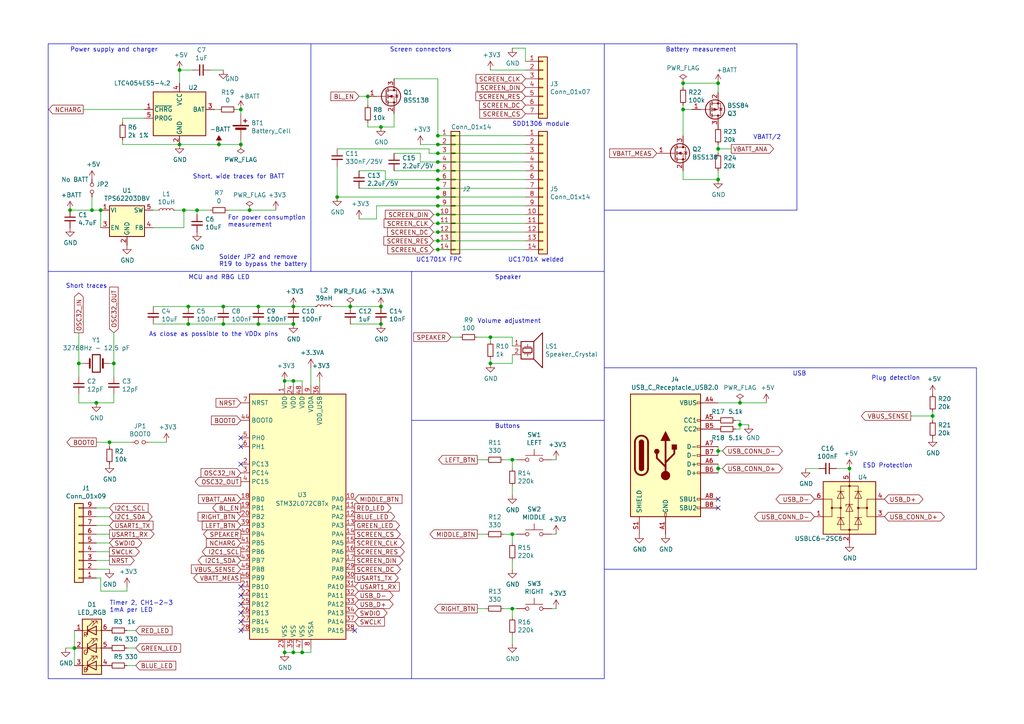
<source format=kicad_sch>
(kicad_sch (version 20230121) (generator eeschema)
  (paper "A4")
  (title_block (title "OpenTama") (date "2022-04-18") (rev "1.1") (company "Sparkr") (comment 1 "Licensed under CERN-OHL-S v2") (comment 2 "jc@sparkr.tech") (comment 3 "Jean-Christophe Rona"))
  (junction (at 127 69.85))
  (junction (at 127 64.77))
  (junction (at 54.61 88.9))
  (junction (at 72.39 60.96))
  (junction (at 208.28 43.18))
  (junction (at 33.02 105.41))
  (junction (at 127 54.61))
  (junction (at 208.28 24.13))
  (junction (at 53.34 60.96))
  (junction (at 69.85 31.75))
  (junction (at 74.93 93.98))
  (junction (at 148.59 154.94))
  (junction (at 29.21 60.96))
  (junction (at 127 44.45))
  (junction (at 198.12 24.13))
  (junction (at 101.6 88.9))
  (junction (at 85.09 93.98))
  (junction (at 110.49 36.83))
  (junction (at 127 52.07))
  (junction (at 27.94 116.84))
  (junction (at 127 57.15))
  (junction (at 22.86 105.41))
  (junction (at 52.07 41.91))
  (junction (at 69.85 41.91))
  (junction (at 148.59 176.53))
  (junction (at 26.67 60.96))
  (junction (at 82.55 110.49))
  (junction (at 21.59 187.96))
  (junction (at 87.63 189.23))
  (junction (at 52.07 20.32))
  (junction (at 106.68 27.94))
  (junction (at 214.63 116.84))
  (junction (at 74.93 88.9))
  (junction (at 127 59.69))
  (junction (at 127 67.31))
  (junction (at 57.15 60.96))
  (junction (at 63.5 41.91))
  (junction (at 85.09 88.9))
  (junction (at 142.24 105.41))
  (junction (at 97.79 57.15))
  (junction (at 270.51 120.65))
  (junction (at 148.59 133.35))
  (junction (at 110.49 93.98))
  (junction (at 127 72.39))
  (junction (at 127 62.23))
  (junction (at 85.09 189.23))
  (junction (at 85.09 110.49))
  (junction (at 198.12 31.75))
  (junction (at 208.28 130.81))
  (junction (at 82.55 189.23))
  (junction (at 208.28 135.89))
  (junction (at 20.32 60.96))
  (junction (at 110.49 88.9))
  (junction (at 142.24 97.79))
  (junction (at 64.77 88.9))
  (junction (at 127 41.91))
  (junction (at 31.75 128.27))
  (junction (at 208.28 52.07))
  (junction (at 54.61 93.98))
  (junction (at 246.38 135.89))
  (junction (at 64.77 93.98))
  (junction (at 127 46.99))
  (junction (at 127 49.53))
  (junction (at 127 39.37))
  (junction (at 214.63 123.19))
  (no_connect (at 69.85 134.62))
  (no_connect (at 69.85 127))
  (no_connect (at 69.85 129.54))
  (no_connect (at 102.87 182.88))
  (no_connect (at 69.85 182.88))
  (no_connect (at 208.28 147.32))
  (no_connect (at 69.85 172.72))
  (no_connect (at 69.85 177.8))
  (no_connect (at 69.85 175.26))
  (no_connect (at 69.85 180.34))
  (no_connect (at 208.28 144.78))
  (no_connect (at 69.85 170.18))
  (wire (pts (xy 110.49 36.83) (xy 106.68 36.83)))
  (wire (pts (xy 64.77 88.9) (xy 74.93 88.9)))
  (wire (pts (xy 121.92 44.45) (xy 114.3 44.45)))
  (wire (pts (xy 57.15 60.96) (xy 57.15 62.23)))
  (wire (pts (xy 44.45 93.98) (xy 54.61 93.98)))
  (wire (pts (xy 82.55 189.23) (xy 82.55 187.96)))
  (wire (pts (xy 130.81 97.79) (xy 133.35 97.79)))
  (wire (pts (xy 208.28 43.18) (xy 208.28 41.91)))
  (wire (pts (xy 21.59 182.88) (xy 21.59 187.96)))
  (wire (pts (xy 127 64.77) (xy 152.4 64.77)))
  (wire (pts (xy 85.09 111.76) (xy 85.09 110.49)))
  (wire (pts (xy 60.96 20.32) (xy 64.77 20.32)))
  (wire (pts (xy 264.16 120.65) (xy 270.51 120.65)))
  (wire (pts (xy 209.55 135.89) (xy 208.28 135.89)))
  (polyline (pts (xy 13.97 196.85) (xy 175.26 196.85)))
  (wire (pts (xy 90.17 189.23) (xy 87.63 189.23)))
  (wire (pts (xy 214.63 124.46) (xy 213.36 124.46)))
  (wire (pts (xy 148.59 162.56) (xy 148.59 165.1)))
  (wire (pts (xy 152.4 72.39) (xy 127 72.39)))
  (wire (pts (xy 125.73 62.23) (xy 127 62.23)))
  (wire (pts (xy 33.02 105.41) (xy 33.02 109.22)))
  (wire (pts (xy 198.12 52.07) (xy 208.28 52.07)))
  (wire (pts (xy 152.4 41.91) (xy 127 41.91)))
  (wire (pts (xy 63.5 31.75) (xy 62.23 31.75)))
  (wire (pts (xy 124.46 44.45) (xy 124.46 43.18)))
  (wire (pts (xy 20.32 60.96) (xy 26.67 60.96)))
  (polyline (pts (xy 175.26 121.92) (xy 119.38 121.92)))
  (wire (pts (xy 27.94 116.84) (xy 33.02 116.84)))
  (wire (pts (xy 57.15 60.96) (xy 53.34 60.96)))
  (wire (pts (xy 198.12 49.53) (xy 198.12 52.07)))
  (wire (pts (xy 97.79 57.15) (xy 127 57.15)))
  (wire (pts (xy 29.21 66.04) (xy 29.21 60.96)))
  (wire (pts (xy 35.56 40.64) (xy 35.56 41.91)))
  (wire (pts (xy 127 54.61) (xy 104.14 54.61)))
  (wire (pts (xy 127 49.53) (xy 152.4 49.53)))
  (wire (pts (xy 85.09 110.49) (xy 87.63 110.49)))
  (polyline (pts (xy 283.21 106.68) (xy 283.21 165.1)))
  (wire (pts (xy 31.75 165.1) (xy 27.94 165.1)))
  (wire (pts (xy 24.13 105.41) (xy 22.86 105.41)))
  (wire (pts (xy 127 44.45) (xy 152.4 44.45)))
  (wire (pts (xy 104.14 27.94) (xy 106.68 27.94)))
  (wire (pts (xy 198.12 31.75) (xy 200.66 31.75)))
  (wire (pts (xy 90.17 187.96) (xy 90.17 189.23)))
  (wire (pts (xy 101.6 93.98) (xy 110.49 93.98)))
  (wire (pts (xy 54.61 93.98) (xy 64.77 93.98)))
  (wire (pts (xy 148.59 105.41) (xy 142.24 105.41)))
  (wire (pts (xy 21.59 187.96) (xy 21.59 193.04)))
  (wire (pts (xy 208.28 52.07) (xy 208.28 49.53)))
  (wire (pts (xy 208.28 135.89) (xy 208.28 137.16)))
  (wire (pts (xy 114.3 36.83) (xy 110.49 36.83)))
  (wire (pts (xy 31.75 128.27) (xy 38.1 128.27)))
  (wire (pts (xy 198.12 24.13) (xy 198.12 25.4)))
  (wire (pts (xy 208.28 130.81) (xy 208.28 132.08)))
  (wire (pts (xy 44.45 66.04) (xy 53.34 66.04)))
  (wire (pts (xy 127 52.07) (xy 111.76 52.07)))
  (wire (pts (xy 22.86 116.84) (xy 27.94 116.84)))
  (wire (pts (xy 127 46.99) (xy 121.92 46.99)))
  (wire (pts (xy 198.12 30.48) (xy 198.12 31.75)))
  (wire (pts (xy 35.56 35.56) (xy 35.56 34.29)))
  (wire (pts (xy 19.05 187.96) (xy 21.59 187.96)))
  (wire (pts (xy 127 54.61) (xy 152.4 54.61)))
  (wire (pts (xy 101.6 88.9) (xy 110.49 88.9)))
  (wire (pts (xy 22.86 114.3) (xy 22.86 116.84)))
  (wire (pts (xy 26.67 60.96) (xy 29.21 60.96)))
  (wire (pts (xy 214.63 123.19) (xy 217.17 123.19)))
  (wire (pts (xy 72.39 60.96) (xy 80.01 60.96)))
  (wire (pts (xy 36.83 193.04) (xy 39.37 193.04)))
  (wire (pts (xy 66.04 60.96) (xy 72.39 60.96)))
  (wire (pts (xy 87.63 110.49) (xy 87.63 111.76)))
  (wire (pts (xy 237.49 135.89) (xy 233.68 135.89)))
  (wire (pts (xy 160.02 133.35) (xy 161.29 133.35)))
  (wire (pts (xy 214.63 121.92) (xy 214.63 123.19)))
  (polyline (pts (xy 283.21 106.68) (xy 175.26 106.68)))
  (wire (pts (xy 148.59 102.87) (xy 148.59 105.41)))
  (wire (pts (xy 161.29 176.53) (xy 160.02 176.53)))
  (polyline (pts (xy 175.26 12.7) (xy 175.26 196.85)))
  (wire (pts (xy 246.38 135.89) (xy 242.57 135.89)))
  (wire (pts (xy 152.4 46.99) (xy 127 46.99)))
  (wire (pts (xy 114.3 33.02) (xy 114.3 36.83)))
  (wire (pts (xy 209.55 130.81) (xy 208.28 130.81)))
  (wire (pts (xy 125.73 64.77) (xy 127 64.77)))
  (wire (pts (xy 208.28 134.62) (xy 208.28 135.89)))
  (polyline (pts (xy 283.21 165.1) (xy 175.26 165.1)))
  (wire (pts (xy 52.07 20.32) (xy 55.88 20.32)))
  (wire (pts (xy 29.21 171.45) (xy 36.83 171.45)))
  (wire (pts (xy 90.17 106.68) (xy 90.17 111.76)))
  (wire (pts (xy 52.07 24.13) (xy 52.07 20.32)))
  (polyline (pts (xy 13.97 12.7) (xy 13.97 196.85)))
  (wire (pts (xy 152.4 57.15) (xy 127 57.15)))
  (wire (pts (xy 31.75 128.27) (xy 31.75 129.54)))
  (wire (pts (xy 27.94 147.32) (xy 31.75 147.32)))
  (wire (pts (xy 29.21 167.64) (xy 29.21 171.45)))
  (wire (pts (xy 148.59 140.97) (xy 148.59 143.51)))
  (wire (pts (xy 39.37 182.88) (xy 36.83 182.88)))
  (wire (pts (xy 69.85 40.64) (xy 69.85 41.91)))
  (wire (pts (xy 31.75 160.02) (xy 27.94 160.02)))
  (wire (pts (xy 85.09 189.23) (xy 82.55 189.23)))
  (wire (pts (xy 152.4 13.97) (xy 148.59 13.97)))
  (wire (pts (xy 270.51 120.65) (xy 270.51 121.92)))
  (wire (pts (xy 125.73 72.39) (xy 127 72.39)))
  (wire (pts (xy 142.24 97.79) (xy 148.59 97.79)))
  (wire (pts (xy 27.94 149.86) (xy 31.75 149.86)))
  (wire (pts (xy 82.55 110.49) (xy 85.09 110.49)))
  (wire (pts (xy 152.4 62.23) (xy 127 62.23)))
  (wire (pts (xy 270.51 119.38) (xy 270.51 120.65)))
  (wire (pts (xy 74.93 88.9) (xy 85.09 88.9)))
  (wire (pts (xy 24.13 31.75) (xy 41.91 31.75)))
  (wire (pts (xy 138.43 154.94) (xy 140.97 154.94)))
  (wire (pts (xy 148.59 176.53) (xy 149.86 176.53)))
  (wire (pts (xy 35.56 41.91) (xy 52.07 41.91)))
  (wire (pts (xy 146.05 133.35) (xy 148.59 133.35)))
  (wire (pts (xy 50.8 60.96) (xy 53.34 60.96)))
  (wire (pts (xy 74.93 93.98) (xy 85.09 93.98)))
  (wire (pts (xy 44.45 60.96) (xy 45.72 60.96)))
  (wire (pts (xy 214.63 116.84) (xy 222.25 116.84)))
  (wire (pts (xy 208.28 129.54) (xy 208.28 130.81)))
  (wire (pts (xy 22.86 105.41) (xy 22.86 109.22)))
  (wire (pts (xy 27.94 152.4) (xy 31.75 152.4)))
  (wire (pts (xy 114.3 49.53) (xy 127 49.53)))
  (wire (pts (xy 138.43 133.35) (xy 140.97 133.35)))
  (wire (pts (xy 64.77 93.98) (xy 74.93 93.98)))
  (wire (pts (xy 148.59 133.35) (xy 149.86 133.35)))
  (wire (pts (xy 27.94 154.94) (xy 31.75 154.94)))
  (wire (pts (xy 53.34 60.96) (xy 53.34 66.04)))
  (wire (pts (xy 63.5 41.91) (xy 52.07 41.91)))
  (wire (pts (xy 85.09 187.96) (xy 85.09 189.23)))
  (wire (pts (xy 148.59 97.79) (xy 148.59 100.33)))
  (wire (pts (xy 35.56 34.29) (xy 41.91 34.29)))
  (wire (pts (xy 87.63 187.96) (xy 87.63 189.23)))
  (wire (pts (xy 27.94 157.48) (xy 31.75 157.48)))
  (wire (pts (xy 127 44.45) (xy 124.46 44.45)))
  (wire (pts (xy 148.59 154.94) (xy 149.86 154.94)))
  (wire (pts (xy 36.83 171.45) (xy 36.83 170.18)))
  (wire (pts (xy 208.28 116.84) (xy 214.63 116.84)))
  (wire (pts (xy 124.46 43.18) (xy 97.79 43.18)))
  (wire (pts (xy 69.85 31.75) (xy 69.85 33.02)))
  (wire (pts (xy 106.68 30.48) (xy 106.68 27.94)))
  (wire (pts (xy 92.71 110.49) (xy 92.71 111.76)))
  (wire (pts (xy 152.4 52.07) (xy 127 52.07)))
  (wire (pts (xy 142.24 105.41) (xy 142.24 104.14)))
  (polyline (pts (xy 13.97 78.74) (xy 175.26 78.74)))
  (wire (pts (xy 109.22 59.69) (xy 127 59.69)))
  (wire (pts (xy 22.86 96.52) (xy 22.86 105.41)))
  (wire (pts (xy 33.02 96.52) (xy 33.02 105.41)))
  (wire (pts (xy 152.4 67.31) (xy 127 67.31)))
  (wire (pts (xy 148.59 176.53) (xy 148.59 179.07)))
  (wire (pts (xy 161.29 154.94) (xy 160.02 154.94)))
  (wire (pts (xy 246.38 137.16) (xy 246.38 135.89)))
  (wire (pts (xy 142.24 99.06) (xy 142.24 97.79)))
  (wire (pts (xy 27.94 128.27) (xy 31.75 128.27)))
  (wire (pts (xy 152.4 17.78) (xy 152.4 13.97)))
  (wire (pts (xy 138.43 97.79) (xy 142.24 97.79)))
  (wire (pts (xy 148.59 133.35) (xy 148.59 135.89)))
  (polyline (pts (xy 231.14 60.96) (xy 175.26 60.96)))
  (wire (pts (xy 121.92 46.99) (xy 121.92 44.45)))
  (wire (pts (xy 121.92 41.91) (xy 127 41.91)))
  (wire (pts (xy 43.18 128.27) (xy 48.26 128.27)))
  (wire (pts (xy 148.59 154.94) (xy 148.59 157.48)))
  (wire (pts (xy 82.55 111.76) (xy 82.55 110.49)))
  (wire (pts (xy 97.79 48.26) (xy 97.79 57.15)))
  (polyline (pts (xy 119.38 78.74) (xy 119.38 196.85)))
  (wire (pts (xy 63.5 41.91) (xy 69.85 41.91)))
  (wire (pts (xy 26.67 57.15) (xy 26.67 60.96)))
  (wire (pts (xy 138.43 176.53) (xy 140.97 176.53)))
  (wire (pts (xy 39.37 187.96) (xy 36.83 187.96)))
  (wire (pts (xy 125.73 69.85) (xy 127 69.85)))
  (wire (pts (xy 27.94 167.64) (xy 29.21 167.64)))
  (wire (pts (xy 146.05 176.53) (xy 148.59 176.53)))
  (wire (pts (xy 127 22.86) (xy 127 39.37)))
  (wire (pts (xy 208.28 26.67) (xy 208.28 24.13)))
  (wire (pts (xy 57.15 60.96) (xy 60.96 60.96)))
  (wire (pts (xy 109.22 63.5) (xy 109.22 59.69)))
  (wire (pts (xy 146.05 154.94) (xy 148.59 154.94)))
  (wire (pts (xy 96.52 88.9) (xy 101.6 88.9)))
  (wire (pts (xy 212.09 43.18) (xy 208.28 43.18)))
  (wire (pts (xy 127 22.86) (xy 114.3 22.86)))
  (polyline (pts (xy 90.17 78.74) (xy 90.17 12.7)))
  (wire (pts (xy 87.63 189.23) (xy 85.09 189.23)))
  (wire (pts (xy 33.02 116.84) (xy 33.02 114.3)))
  (wire (pts (xy 125.73 67.31) (xy 127 67.31)))
  (wire (pts (xy 208.28 24.13) (xy 198.12 24.13)))
  (wire (pts (xy 198.12 39.37) (xy 198.12 31.75)))
  (wire (pts (xy 54.61 88.9) (xy 64.77 88.9)))
  (polyline (pts (xy 231.14 12.7) (xy 231.14 60.96)))
  (wire (pts (xy 111.76 52.07) (xy 111.76 49.53)))
  (wire (pts (xy 106.68 36.83) (xy 106.68 35.56)))
  (wire (pts (xy 27.94 162.56) (xy 31.75 162.56)))
  (wire (pts (xy 44.45 88.9) (xy 54.61 88.9)))
  (wire (pts (xy 214.63 121.92) (xy 213.36 121.92)))
  (wire (pts (xy 85.09 88.9) (xy 91.44 88.9)))
  (polyline (pts (xy 13.97 12.7) (xy 231.14 12.7)))
  (wire (pts (xy 152.4 20.32) (xy 142.24 20.32)))
  (wire (pts (xy 31.75 105.41) (xy 33.02 105.41)))
  (wire (pts (xy 214.63 123.19) (xy 214.63 124.46)))
  (wire (pts (xy 127 39.37) (xy 152.4 39.37)))
  (wire (pts (xy 68.58 31.75) (xy 69.85 31.75)))
  (wire (pts (xy 127 59.69) (xy 152.4 59.69)))
  (wire (pts (xy 111.76 49.53) (xy 104.14 49.53)))
  (wire (pts (xy 127 69.85) (xy 152.4 69.85)))
  (wire (pts (xy 104.14 63.5) (xy 109.22 63.5)))
  (wire (pts (xy 208.28 44.45) (xy 208.28 43.18)))
  (wire (pts (xy 148.59 184.15) (xy 148.59 186.69)))
  (text "Power supply and charger" (at 20.32 15.24 0) (effects (font (size 1.27 1.27)) (justify left bottom)))
  (text "Solder JP2 and remove\nR19 to bypass the battery" (at 63.5 77.47 0) (effects (font (size 1.27 1.27)) (justify left bottom)))
  (text "Short traces" (at 19.05 83.82 0) (effects (font (size 1.27 1.27)) (justify left bottom)))
  (text "ESD Protection" (at 250.19 135.89 0) (effects (font (size 1.27 1.27)) (justify left bottom)))
  (text "Short, wide traces for BATT" (at 55.88 52.07 0) (effects (font (size 1.27 1.27)) (justify left bottom)))
  (text "Battery measurement" (at 193.04 15.24 0) (effects (font (size 1.27 1.27)) (justify left bottom)))
  (text "VBATT/2" (at 218.44 40.64 0) (effects (font (size 1.27 1.27)) (justify left bottom)))
  (text "Speaker" (at 143.51 81.28 0) (effects (font (size 1.27 1.27)) (justify left bottom)))
  (text "USB" (at 229.87 109.22 0) (effects (font (size 1.27 1.27)) (justify left bottom)))
  (text "Timer 2, CH1-2-3\n1mA per LED" (at 31.75 177.8 0) (effects (font (size 1.27 1.27)) (justify left bottom)))
  (text "As close as possible to the VDDx pins" (at 43.18 97.79 0) (effects (font (size 1.27 1.27)) (justify left bottom)))
  (text "Plug detection" (at 252.73 110.49 0) (effects (font (size 1.27 1.27)) (justify left bottom)))
  (text "SDD1306 module" (at 148.59 36.83 0) (effects (font (size 1.27 1.27)) (justify left bottom)))
  (text "MCU and RBG LED" (at 54.61 81.28 0) (effects (font (size 1.27 1.27)) (justify left bottom)))
  (text "For power consumption\nmeasurement" (at 66.04 66.04 0) (effects (font (size 1.27 1.27)) (justify left bottom)))
  (text "UC1701X FPC" (at 120.65 76.2 0) (effects (font (size 1.27 1.27)) (justify left bottom)))
  (text "UC1701X welded" (at 147.32 76.2 0) (effects (font (size 1.27 1.27)) (justify left bottom)))
  (text "Volume adjustment" (at 138.43 93.98 0) (effects (font (size 1.27 1.27)) (justify left bottom)))
  (text "Screen connectors" (at 113.03 15.24 0) (effects (font (size 1.27 1.27)) (justify left bottom)))
  (text "Buttons" (at 143.51 124.46 0) (effects (font (size 1.27 1.27)) (justify left bottom)))
  (global_label "I2C1_SDA" (shape bidirectional) (at 69.85 162.56 180) (property "Intersheetrefs" "${INTERSHEET_REFS}" (effects hide)))
  (global_label "SCREEN_RES" (shape output) (at 102.87 160.02 0) (property "Intersheetrefs" "${INTERSHEET_REFS}" (effects hide)))
  (global_label "USB_CONN_D-" (shape bidirectional) (at 209.55 130.81 0) (property "Intersheetrefs" "${INTERSHEET_REFS}" (effects hide)))
  (global_label "SWCLK" (shape input) (at 102.87 180.34 0) (property "Intersheetrefs" "${INTERSHEET_REFS}" (effects hide)))
  (global_label "SCREEN_DC" (shape output) (at 102.87 165.1 0) (property "Intersheetrefs" "${INTERSHEET_REFS}" (effects hide)))
  (global_label "MIDDLE_BTN" (shape input) (at 102.87 144.78 0) (property "Intersheetrefs" "${INTERSHEET_REFS}" (effects hide)))
  (global_label "SCREEN_DIN" (shape input) (at 152.4 25.4 180) (property "Intersheetrefs" "${INTERSHEET_REFS}" (effects hide)))
  (global_label "SCREEN_RES" (shape input) (at 125.73 69.85 180) (property "Intersheetrefs" "${INTERSHEET_REFS}" (effects hide)))
  (global_label "BL_EN" (shape output) (at 69.85 147.32 180) (property "Intersheetrefs" "${INTERSHEET_REFS}" (effects hide)))
  (global_label "I2C1_SCL" (shape input) (at 31.75 147.32 0) (property "Intersheetrefs" "${INTERSHEET_REFS}" (effects hide)))
  (global_label "SCREEN_CLK" (shape input) (at 152.4 22.86 180) (property "Intersheetrefs" "${INTERSHEET_REFS}" (effects hide)))
  (global_label "GREEN_LED" (shape output) (at 102.87 152.4 0) (property "Intersheetrefs" "${INTERSHEET_REFS}" (effects hide)))
  (global_label "SCREEN_DC" (shape input) (at 125.73 67.31 180) (property "Intersheetrefs" "${INTERSHEET_REFS}" (effects hide)))
  (global_label "USB_CONN_D-" (shape bidirectional) (at 236.22 149.86 180) (property "Intersheetrefs" "${INTERSHEET_REFS}" (effects hide)))
  (global_label "SCREEN_CS" (shape output) (at 102.87 154.94 0) (property "Intersheetrefs" "${INTERSHEET_REFS}" (effects hide)))
  (global_label "VBATT_MEAS" (shape output) (at 69.85 167.64 180) (property "Intersheetrefs" "${INTERSHEET_REFS}" (effects hide)))
  (global_label "VBUS_SENSE" (shape input) (at 69.85 165.1 180) (property "Intersheetrefs" "${INTERSHEET_REFS}" (effects hide)))
  (global_label "SCREEN_CS" (shape input) (at 125.73 72.39 180) (property "Intersheetrefs" "${INTERSHEET_REFS}" (effects hide)))
  (global_label "USB_D-" (shape bidirectional) (at 102.87 172.72 0) (property "Intersheetrefs" "${INTERSHEET_REFS}" (effects hide)))
  (global_label "RIGHT_BTN" (shape output) (at 138.43 176.53 180) (property "Intersheetrefs" "${INTERSHEET_REFS}" (effects hide)))
  (global_label "LEFT_BTN" (shape input) (at 69.85 152.4 180) (property "Intersheetrefs" "${INTERSHEET_REFS}" (effects hide)))
  (global_label "NCHARG" (shape output) (at 24.13 31.75 180) (property "Intersheetrefs" "${INTERSHEET_REFS}" (effects hide)))
  (global_label "I2C1_SCL" (shape output) (at 69.85 160.02 180) (property "Intersheetrefs" "${INTERSHEET_REFS}" (effects hide)))
  (global_label "SWDIO" (shape bidirectional) (at 102.87 177.8 0) (property "Intersheetrefs" "${INTERSHEET_REFS}" (effects hide)))
  (global_label "BOOT0" (shape output) (at 27.94 128.27 180) (property "Intersheetrefs" "${INTERSHEET_REFS}" (effects hide)))
  (global_label "MIDDLE_BTN" (shape output) (at 138.43 154.94 180) (property "Intersheetrefs" "${INTERSHEET_REFS}" (effects hide)))
  (global_label "NRST" (shape input) (at 69.85 116.84 180) (property "Intersheetrefs" "${INTERSHEET_REFS}" (effects hide)))
  (global_label "RIGHT_BTN" (shape input) (at 69.85 149.86 180) (property "Intersheetrefs" "${INTERSHEET_REFS}" (effects hide)))
  (global_label "BLUE_LED" (shape output) (at 102.87 149.86 0) (property "Intersheetrefs" "${INTERSHEET_REFS}" (effects hide)))
  (global_label "SCREEN_DIN" (shape input) (at 125.73 62.23 180) (property "Intersheetrefs" "${INTERSHEET_REFS}" (effects hide)))
  (global_label "SPEAKER" (shape output) (at 69.85 154.94 180) (property "Intersheetrefs" "${INTERSHEET_REFS}" (effects hide)))
  (global_label "USART1_RX" (shape output) (at 31.75 154.94 0) (property "Intersheetrefs" "${INTERSHEET_REFS}" (effects hide)))
  (global_label "RED_LED" (shape output) (at 102.87 147.32 0) (property "Intersheetrefs" "${INTERSHEET_REFS}" (effects hide)))
  (global_label "BOOT0" (shape input) (at 69.85 121.92 180) (property "Intersheetrefs" "${INTERSHEET_REFS}" (effects hide)))
  (global_label "SCREEN_RES" (shape input) (at 152.4 27.94 180) (property "Intersheetrefs" "${INTERSHEET_REFS}" (effects hide)))
  (global_label "USART1_TX" (shape input) (at 31.75 152.4 0) (property "Intersheetrefs" "${INTERSHEET_REFS}" (effects hide)))
  (global_label "USB_CONN_D+" (shape bidirectional) (at 209.55 135.89 0) (property "Intersheetrefs" "${INTERSHEET_REFS}" (effects hide)))
  (global_label "SCREEN_CS" (shape input) (at 152.4 33.02 180) (property "Intersheetrefs" "${INTERSHEET_REFS}" (effects hide)))
  (global_label "BL_EN" (shape input) (at 104.14 27.94 180) (property "Intersheetrefs" "${INTERSHEET_REFS}" (effects hide)))
  (global_label "USB_D+" (shape bidirectional) (at 256.54 144.78 0) (property "Intersheetrefs" "${INTERSHEET_REFS}" (effects hide)))
  (global_label "SCREEN_DIN" (shape output) (at 102.87 162.56 0) (property "Intersheetrefs" "${INTERSHEET_REFS}" (effects hide)))
  (global_label "OSC32_OUT" (shape output) (at 69.85 139.7 180) (property "Intersheetrefs" "${INTERSHEET_REFS}" (effects hide)))
  (global_label "GREEN_LED" (shape input) (at 39.37 187.96 0) (property "Intersheetrefs" "${INTERSHEET_REFS}" (effects hide)))
  (global_label "SPEAKER" (shape input) (at 130.81 97.79 180) (property "Intersheetrefs" "${INTERSHEET_REFS}" (effects hide)))
  (global_label "SWCLK" (shape output) (at 31.75 160.02 0) (property "Intersheetrefs" "${INTERSHEET_REFS}" (effects hide)))
  (global_label "NCHARG" (shape input) (at 69.85 157.48 180) (property "Intersheetrefs" "${INTERSHEET_REFS}" (effects hide)))
  (global_label "RED_LED" (shape input) (at 39.37 182.88 0) (property "Intersheetrefs" "${INTERSHEET_REFS}" (effects hide)))
  (global_label "USART1_TX" (shape output) (at 102.87 167.64 0) (property "Intersheetrefs" "${INTERSHEET_REFS}" (effects hide)))
  (global_label "NRST" (shape output) (at 31.75 162.56 0) (property "Intersheetrefs" "${INTERSHEET_REFS}" (effects hide)))
  (global_label "SWDIO" (shape bidirectional) (at 31.75 157.48 0) (property "Intersheetrefs" "${INTERSHEET_REFS}" (effects hide)))
  (global_label "I2C1_SDA" (shape bidirectional) (at 31.75 149.86 0) (property "Intersheetrefs" "${INTERSHEET_REFS}" (effects hide)))
  (global_label "SCREEN_CLK" (shape output) (at 102.87 157.48 0) (property "Intersheetrefs" "${INTERSHEET_REFS}" (effects hide)))
  (global_label "USB_D-" (shape bidirectional) (at 236.22 144.78 180) (property "Intersheetrefs" "${INTERSHEET_REFS}" (effects hide)))
  (global_label "BLUE_LED" (shape input) (at 39.37 193.04 0) (property "Intersheetrefs" "${INTERSHEET_REFS}" (effects hide)))
  (global_label "LEFT_BTN" (shape output) (at 138.43 133.35 180) (property "Intersheetrefs" "${INTERSHEET_REFS}" (effects hide)))
  (global_label "VBATT_ANA" (shape input) (at 69.85 144.78 180) (property "Intersheetrefs" "${INTERSHEET_REFS}" (effects hide)))
  (global_label "OSC32_IN" (shape input) (at 69.85 137.16 180) (property "Intersheetrefs" "${INTERSHEET_REFS}" (effects hide)))
  (global_label "OSC32_IN" (shape output) (at 22.86 96.52 90) (property "Intersheetrefs" "${INTERSHEET_REFS}" (effects hide)))
  (global_label "SCREEN_DC" (shape input) (at 152.4 30.48 180) (property "Intersheetrefs" "${INTERSHEET_REFS}" (effects hide)))
  (global_label "SCREEN_CLK" (shape input) (at 125.73 64.77 180) (property "Intersheetrefs" "${INTERSHEET_REFS}" (effects hide)))
  (global_label "VBATT_MEAS" (shape input) (at 190.5 44.45 180) (property "Intersheetrefs" "${INTERSHEET_REFS}" (effects hide)))
  (global_label "OSC32_OUT" (shape input) (at 33.02 96.52 90) (property "Intersheetrefs" "${INTERSHEET_REFS}" (effects hide)))
  (global_label "USB_D+" (shape bidirectional) (at 102.87 175.26 0) (property "Intersheetrefs" "${INTERSHEET_REFS}" (effects hide)))
  (global_label "VBUS_SENSE" (shape output) (at 264.16 120.65 180) (property "Intersheetrefs" "${INTERSHEET_REFS}" (effects hide)))
  (global_label "VBATT_ANA" (shape output) (at 212.09 43.18 0) (property "Intersheetrefs" "${INTERSHEET_REFS}" (effects hide)))
  (global_label "USB_CONN_D+" (shape bidirectional) (at 256.54 149.86 0) (property "Intersheetrefs" "${INTERSHEET_REFS}" (effects hide)))
  (global_label "USART1_RX" (shape input) (at 102.87 170.18 0) (property "Intersheetrefs" "${INTERSHEET_REFS}" (effects hide)))
  (symbol (lib_id "OpenTama-rescue:STM32L072CBTx-MCU_ST_STM32L0") (at 87.63 149.86 0) (unit 1)
    (property "Reference" "U3" (at 87.63 143.51 0))
    (property "Value" "STM32L072CBTx" (at 87.63 146.05 0))
    (property "Footprint" "Package_QFP:LQFP-48_7x7mm_P0.5mm" (effects hide))
    (property "Datasheet" "http://www.st.com/st-web-ui/static/active/en/resource/technical/document/datasheet/DM00141133.pdf" (effects hide))
    (property "LCSC" "C465977" (effects hide))
    (property "JLCRotOffset" "-90" (effects hide))
  )
  (symbol (lib_id "power:GND") (at 82.55 189.23 0) (unit 1)
    (property "Reference" "#PWR019" (effects hide))
    (property "Value" "GND" (at 82.677 193.6242 0))
  )
  (symbol (lib_id "OpenTama-rescue:+3.3V-power") (at 82.55 110.49 0) (unit 1)
    (property "Reference" "#PWR018" (effects hide))
    (property "Value" "+3.3V" (at 82.931 106.0958 0))
  )
  (symbol (lib_id "Device:C_Small") (at 54.61 91.44 0) (unit 1)
    (property "Reference" "C5" (at 56.9468 90.2716 0) (effects (justify left)))
    (property "Value" "100nF" (at 56.9468 92.583 0) (effects (justify left)))
    (property "Footprint" "Capacitor_SMD:C_0402_1005Metric" (effects hide))
    (property "LCSC" "C1525" (effects hide))
  )
  (symbol (lib_id "Device:C_Small") (at 64.77 91.44 0) (unit 1)
    (property "Reference" "C8" (at 67.1068 90.2716 0) (effects (justify left)))
    (property "Value" "100nF" (at 67.1068 92.583 0) (effects (justify left)))
    (property "Footprint" "Capacitor_SMD:C_0402_1005Metric" (effects hide))
    (property "LCSC" "C1525" (effects hide))
  )
  (symbol (lib_id "Device:C_Small") (at 74.93 91.44 0) (unit 1)
    (property "Reference" "C9" (at 77.2668 90.2716 0) (effects (justify left)))
    (property "Value" "100nF" (at 77.2668 92.583 0) (effects (justify left)))
    (property "Footprint" "Capacitor_SMD:C_0402_1005Metric" (effects hide))
    (property "LCSC" "C1525" (effects hide))
  )
  (symbol (lib_id "Device:C_Small") (at 85.09 91.44 0) (unit 1)
    (property "Reference" "C10" (at 87.4268 90.2716 0) (effects (justify left)))
    (property "Value" "100nF" (at 87.4268 92.583 0) (effects (justify left)))
    (property "Footprint" "Capacitor_SMD:C_0402_1005Metric" (effects hide))
    (property "LCSC" "C1525" (effects hide))
  )
  (symbol (lib_id "OpenTama-rescue:+3.3V-power") (at 85.09 88.9 0) (unit 1)
    (property "Reference" "#PWR020" (effects hide))
    (property "Value" "+3.3V" (at 85.471 84.5058 0))
  )
  (symbol (lib_id "power:GND") (at 85.09 93.98 0) (unit 1)
    (property "Reference" "#PWR021" (effects hide))
    (property "Value" "GND" (at 85.217 98.3742 0))
  )
  (symbol (lib_id "Device:C_Small") (at 101.6 91.44 0) (unit 1)
    (property "Reference" "C12" (at 103.9368 90.2716 0) (effects (justify left)))
    (property "Value" "1uF" (at 103.9368 92.583 0) (effects (justify left)))
    (property "Footprint" "Capacitor_SMD:C_0603_1608Metric" (effects hide))
    (property "LCSC" "C15849" (effects hide))
  )
  (symbol (lib_id "Device:C_Small") (at 110.49 91.44 0) (unit 1)
    (property "Reference" "C14" (at 112.8268 90.2716 0) (effects (justify left)))
    (property "Value" "10nF" (at 112.8268 92.583 0) (effects (justify left)))
    (property "Footprint" "Capacitor_SMD:C_0402_1005Metric" (effects hide))
    (property "LCSC" "C15195" (effects hide))
  )
  (symbol (lib_id "power:GND") (at 110.49 93.98 0) (unit 1)
    (property "Reference" "#PWR028" (effects hide))
    (property "Value" "GND" (at 110.617 98.3742 0))
  )
  (symbol (lib_id "power:+3.3VA") (at 90.17 106.68 0) (unit 1)
    (property "Reference" "#PWR022" (effects hide))
    (property "Value" "+3.3VA" (at 90.551 102.2858 0))
  )
  (symbol (lib_id "power:+3.3VA") (at 110.49 88.9 0) (unit 1)
    (property "Reference" "#PWR027" (effects hide))
    (property "Value" "+3.3VA" (at 110.871 84.5058 0))
  )
  (symbol (lib_id "Device:L_Small") (at 93.98 88.9 90) (unit 1)
    (property "Reference" "L2" (at 93.98 84.201 90))
    (property "Value" "39nH" (at 93.98 86.5124 90))
    (property "Footprint" "Inductor_SMD:L_0402_1005Metric" (effects hide))
    (property "LCSC" "C26443" (effects hide))
  )
  (symbol (lib_id "Device:C_Small") (at 44.45 91.44 0) (unit 1)
    (property "Reference" "C4" (at 46.7868 90.2716 0) (effects (justify left)))
    (property "Value" "10uF" (at 46.7868 92.583 0) (effects (justify left)))
    (property "Footprint" "Capacitor_SMD:C_0603_1608Metric" (effects hide))
    (property "LCSC" "C19702" (effects hide))
  )
  (symbol (lib_id "Device:Crystal") (at 27.94 105.41 0) (unit 1)
    (property "Reference" "Y1" (at 27.94 98.6028 0))
    (property "Value" "32768Hz - 12,5 pF" (at 27.94 100.9142 0))
    (property "Footprint" "Crystal:Crystal_SMD_3215-2Pin_3.2x1.5mm" (effects hide))
    (property "Datasheet" "https://datasheet.lcsc.com/lcsc/1810171817_Seiko-Epson-Q13FC1350000400_C32346.pdf" (effects hide))
    (property "LCSC" "C32346" (effects hide))
  )
  (symbol (lib_id "OpenTama-rescue:+3.3V-power") (at 92.71 110.49 0) (unit 1)
    (property "Reference" "#PWR023" (effects hide))
    (property "Value" "+3.3V" (at 93.091 106.0958 0))
  )
  (symbol (lib_id "Device:C_Small") (at 22.86 111.76 0) (unit 1)
    (property "Reference" "C2" (at 25.1968 110.5916 0) (effects (justify left)))
    (property "Value" "12pF" (at 25.1968 112.903 0) (effects (justify left)))
    (property "Footprint" "Capacitor_SMD:C_0402_1005Metric" (effects hide))
    (property "LCSC" "C1547" (effects hide))
  )
  (symbol (lib_id "Device:C_Small") (at 33.02 111.76 0) (unit 1)
    (property "Reference" "C3" (at 35.3568 110.5916 0) (effects (justify left)))
    (property "Value" "12pF" (at 35.3568 112.903 0) (effects (justify left)))
    (property "Footprint" "Capacitor_SMD:C_0402_1005Metric" (effects hide))
    (property "LCSC" "C1547" (effects hide))
  )
  (symbol (lib_id "OpenTama-rescue:+3.3V-power") (at 48.26 128.27 0) (unit 1)
    (property "Reference" "#PWR010" (effects hide))
    (property "Value" "+3.3V" (at 48.641 123.8758 0))
  )
  (symbol (lib_id "power:GND") (at 27.94 116.84 0) (unit 1)
    (property "Reference" "#PWR04" (effects hide))
    (property "Value" "GND" (at 28.067 121.2342 0))
  )
  (symbol (lib_id "Device:R_Small") (at 31.75 132.08 0) (unit 1)
    (property "Reference" "R2" (at 33.2486 130.9116 0) (effects (justify left)))
    (property "Value" "10k" (at 33.2486 133.223 0) (effects (justify left)))
    (property "Footprint" "Resistor_SMD:R_0402_1005Metric" (effects hide))
    (property "LCSC" "C25744" (effects hide))
  )
  (symbol (lib_id "power:GND") (at 31.75 134.62 0) (unit 1)
    (property "Reference" "#PWR06" (effects hide))
    (property "Value" "GND" (at 31.877 139.0142 0))
  )
  (symbol (lib_id "power:GND") (at 31.75 165.1 0) (unit 1)
    (property "Reference" "#PWR07" (effects hide))
    (property "Value" "GND" (at 31.877 169.4942 0))
  )
  (symbol (lib_id "Device:R_Small") (at 210.82 121.92 270) (unit 1)
    (property "Reference" "R17" (at 208.28 119.38 90))
    (property "Value" "5.1k" (at 213.36 119.38 90))
    (property "Footprint" "Resistor_SMD:R_0402_1005Metric" (effects hide))
    (property "LCSC" "C25905" (effects hide))
  )
  (symbol (lib_id "Device:R_Small") (at 210.82 124.46 270) (unit 1)
    (property "Reference" "R18" (at 208.28 127 90))
    (property "Value" "5.1k" (at 213.36 127 90))
    (property "Footprint" "Resistor_SMD:R_0402_1005Metric" (effects hide))
    (property "LCSC" "C25905" (effects hide))
  )
  (symbol (lib_id "power:GND") (at 217.17 123.19 0) (unit 1)
    (property "Reference" "#PWR042" (effects hide))
    (property "Value" "GND" (at 218.44 127 0))
  )
  (symbol (lib_id "OpenTama-rescue:+3.3V-power") (at 36.83 170.18 0) (unit 1)
    (property "Reference" "#PWR09" (effects hide))
    (property "Value" "+3.3V" (at 37.211 165.7858 0))
  )
  (symbol (lib_id "power:GND") (at 142.24 105.41 0) (unit 1)
    (property "Reference" "#PWR033" (effects hide))
    (property "Value" "GND" (at 142.367 109.8042 0))
  )
  (symbol (lib_id "Device:R_Small") (at 135.89 97.79 270) (unit 1)
    (property "Reference" "R9" (at 135.89 92.8116 90))
    (property "Value" "100" (at 135.89 95.123 90))
    (property "Footprint" "Resistor_SMD:R_0402_1005Metric" (effects hide))
    (property "LCSC" "C25076" (effects hide))
  )
  (symbol (lib_id "Device:R_Small") (at 142.24 101.6 0) (unit 1)
    (property "Reference" "R10" (at 143.7386 100.4316 0) (effects (justify left)))
    (property "Value" "1k" (at 143.7386 102.743 0) (effects (justify left)))
    (property "Footprint" "Resistor_SMD:R_0402_1005Metric" (effects hide))
    (property "LCSC" "C11702" (effects hide))
  )
  (symbol (lib_id "power:GND") (at 19.05 187.96 0) (unit 1)
    (property "Reference" "#PWR01" (effects hide))
    (property "Value" "GND" (at 19.177 192.3542 0))
  )
  (symbol (lib_id "Connector_Generic:Conn_01x14") (at 132.08 54.61 0) (unit 1)
    (property "Reference" "J2" (at 134.112 54.8132 0) (effects (justify left)))
    (property "Value" "Conn_01x14" (at 130.81 36.83 0) (effects (justify left)))
    (property "Footprint" "OpenTama:Hirose_FH34SRJ-14S-0.5SH_1x14-1MP_P0.50mm_Horizontal" (effects hide))
    (property "Datasheet" "https://datasheet.lcsc.com/lcsc/1811071030_HRS-Hirose-FH34SRJ-14S-0.5SH-50_C324724.pdf" (effects hide))
    (property "LCSC" "C324724" (effects hide))
    (property "JLCRotOffset" "180" (effects hide))
  )
  (symbol (lib_id "Switch:SW_Push") (at 154.94 154.94 0) (unit 1)
    (property "Reference" "SW2" (at 154.94 147.701 0))
    (property "Value" "MIDDLE" (at 154.94 150.0124 0))
    (property "Footprint" "Button_Switch_SMD:SW_Push_1P1T_NO_6x6mm_H9.5mm" (effects hide))
    (property "Datasheet" "https://datasheet.lcsc.com/lcsc/1810121628_C&K-PTS645SM43SMTR92LFS_C221880.pdf" (effects hide))
    (property "LCSC" "C221880" (effects hide))
  )
  (symbol (lib_id "Device:C_Small") (at 97.79 45.72 0) (unit 1)
    (property "Reference" "C11" (at 100.1268 44.5516 0) (effects (justify left)))
    (property "Value" "330nF/25V" (at 100.1268 46.863 0) (effects (justify left)))
    (property "Footprint" "Capacitor_SMD:C_0603_1608Metric" (effects hide))
    (property "LCSC" "C1615" (effects hide))
  )
  (symbol (lib_id "Device:C_Small") (at 114.3 46.99 0) (unit 1)
    (property "Reference" "C15" (at 116.6368 45.8216 0) (effects (justify left)))
    (property "Value" "2.2uF/5V" (at 116.6368 48.133 0) (effects (justify left)))
    (property "Footprint" "Capacitor_SMD:C_0402_1005Metric" (effects hide))
    (property "LCSC" "C12530" (effects hide))
  )
  (symbol (lib_id "Device:C_Small") (at 104.14 52.07 0) (unit 1)
    (property "Reference" "C13" (at 106.4768 50.9016 0) (effects (justify left)))
    (property "Value" "2.2uF/5V" (at 106.4768 53.213 0) (effects (justify left)))
    (property "Footprint" "Capacitor_SMD:C_0402_1005Metric" (effects hide))
    (property "LCSC" "C12530" (effects hide))
  )
  (symbol (lib_id "Device:R_Small") (at 148.59 160.02 0) (unit 1)
    (property "Reference" "R15" (at 150.0886 158.8516 0) (effects (justify left)))
    (property "Value" "220k" (at 150.0886 161.163 0) (effects (justify left)))
    (property "Footprint" "Resistor_SMD:R_0402_1005Metric" (effects hide))
    (property "LCSC" "C25767" (effects hide))
  )
  (symbol (lib_id "OpenTama-rescue:+3.3V-power") (at 161.29 154.94 0) (unit 1)
    (property "Reference" "#PWR038" (effects hide))
    (property "Value" "+3.3V" (at 161.671 150.5458 0))
  )
  (symbol (lib_id "Device:R_Small") (at 143.51 154.94 270) (unit 1)
    (property "Reference" "R12" (at 143.51 149.9616 90))
    (property "Value" "330" (at 143.51 152.273 90))
    (property "Footprint" "Resistor_SMD:R_0402_1005Metric" (effects hide))
    (property "LCSC" "C25104" (effects hide))
  )
  (symbol (lib_id "Device:LED_RGB") (at 26.67 187.96 0) (unit 1)
    (property "Reference" "D1" (at 26.67 175.3362 0))
    (property "Value" "LED_RGB" (at 26.67 177.6476 0))
    (property "Footprint" "OpenTama:LED_RGB_TC5050" (effects hide))
    (property "Datasheet" "https://datasheet.lcsc.com/lcsc/2009231707_TCWIN-TC5050RGBF08-3CJH-AF53A_C784540.pdf" (effects hide))
    (property "LCSC" "C784540" (effects hide))
    (property "JLCRotOffset" "180" (effects hide))
  )
  (symbol (lib_id "Device:R_Small") (at 34.29 193.04 270) (unit 1)
    (property "Reference" "R5" (at 34.29 190.5 90))
    (property "Value" "330" (at 38.1 190.5 90))
    (property "Footprint" "Resistor_SMD:R_0603_1608Metric" (effects hide))
    (property "LCSC" "C23138" (effects hide))
  )
  (symbol (lib_id "Device:R_Small") (at 34.29 182.88 270) (unit 1)
    (property "Reference" "R3" (at 34.29 180.34 90))
    (property "Value" "1k" (at 38.1 180.34 90))
    (property "Footprint" "Resistor_SMD:R_0603_1608Metric" (effects hide))
    (property "LCSC" "C21190" (effects hide))
  )
  (symbol (lib_id "power:GND") (at 148.59 165.1 0) (unit 1)
    (property "Reference" "#PWR035" (effects hide))
    (property "Value" "GND" (at 148.717 169.4942 0))
  )
  (symbol (lib_id "Device:R_Small") (at 148.59 181.61 0) (unit 1)
    (property "Reference" "R16" (at 150.0886 180.4416 0) (effects (justify left)))
    (property "Value" "220k" (at 150.0886 182.753 0) (effects (justify left)))
    (property "Footprint" "Resistor_SMD:R_0402_1005Metric" (effects hide))
    (property "LCSC" "C25767" (effects hide))
  )
  (symbol (lib_id "Switch:SW_Push") (at 154.94 176.53 0) (unit 1)
    (property "Reference" "SW3" (at 154.94 169.291 0))
    (property "Value" "RIGHT" (at 154.94 171.6024 0))
    (property "Footprint" "Button_Switch_SMD:SW_Push_1P1T_NO_6x6mm_H9.5mm" (effects hide))
    (property "Datasheet" "https://datasheet.lcsc.com/lcsc/1810121628_C&K-PTS645SM43SMTR92LFS_C221880.pdf" (effects hide))
    (property "LCSC" "C221880" (effects hide))
  )
  (symbol (lib_id "OpenTama-rescue:+3.3V-power") (at 161.29 176.53 0) (unit 1)
    (property "Reference" "#PWR039" (effects hide))
    (property "Value" "+3.3V" (at 161.671 172.1358 0))
  )
  (symbol (lib_id "Device:R_Small") (at 143.51 176.53 270) (unit 1)
    (property "Reference" "R13" (at 143.51 171.5516 90))
    (property "Value" "330" (at 143.51 173.863 90))
    (property "Footprint" "Resistor_SMD:R_0402_1005Metric" (effects hide))
    (property "LCSC" "C25104" (effects hide))
  )
  (symbol (lib_id "power:GND") (at 148.59 186.69 0) (unit 1)
    (property "Reference" "#PWR036" (effects hide))
    (property "Value" "GND" (at 148.717 191.0842 0))
  )
  (symbol (lib_id "Device:R_Small") (at 148.59 138.43 0) (unit 1)
    (property "Reference" "R14" (at 150.0886 137.2616 0) (effects (justify left)))
    (property "Value" "220k" (at 150.0886 139.573 0) (effects (justify left)))
    (property "Footprint" "Resistor_SMD:R_0402_1005Metric" (effects hide))
    (property "LCSC" "C25767" (effects hide))
  )
  (symbol (lib_id "Switch:SW_Push") (at 154.94 133.35 0) (unit 1)
    (property "Reference" "SW1" (at 154.94 126.111 0))
    (property "Value" "LEFT" (at 154.94 128.4224 0))
    (property "Footprint" "Button_Switch_SMD:SW_Push_1P1T_NO_6x6mm_H9.5mm" (effects hide))
    (property "Datasheet" "https://datasheet.lcsc.com/lcsc/1810121628_C&K-PTS645SM43SMTR92LFS_C221880.pdf" (effects hide))
    (property "LCSC" "C221880" (effects hide))
  )
  (symbol (lib_id "OpenTama-rescue:+3.3V-power") (at 161.29 133.35 0) (unit 1)
    (property "Reference" "#PWR037" (effects hide))
    (property "Value" "+3.3V" (at 161.671 128.9558 0))
  )
  (symbol (lib_id "Device:R_Small") (at 143.51 133.35 270) (unit 1)
    (property "Reference" "R11" (at 143.51 128.3716 90))
    (property "Value" "330" (at 143.51 130.683 90))
    (property "Footprint" "Resistor_SMD:R_0402_1005Metric" (effects hide))
    (property "LCSC" "C25104" (effects hide))
  )
  (symbol (lib_id "power:GND") (at 148.59 143.51 0) (unit 1)
    (property "Reference" "#PWR034" (effects hide))
    (property "Value" "GND" (at 148.717 147.9042 0))
  )
  (symbol (lib_id "Device:R_Small") (at 34.29 187.96 270) (unit 1)
    (property "Reference" "R4" (at 34.29 185.42 90))
    (property "Value" "330" (at 38.1 185.42 90))
    (property "Footprint" "Resistor_SMD:R_0603_1608Metric" (effects hide))
    (property "LCSC" "C23138" (effects hide))
  )
  (symbol (lib_id "Device:Speaker_Crystal") (at 153.67 100.33 0) (unit 1)
    (property "Reference" "LS1" (at 158.115 100.4316 0) (effects (justify left)))
    (property "Value" "Speaker_Crystal" (at 158.115 102.743 0) (effects (justify left)))
    (property "Footprint" "Buzzer_Beeper:Buzzer_CUI_CPT-9019S-SMT" (effects hide))
    (property "Datasheet" "https://datasheet.lcsc.com/lcsc/1912111437_FUET-FUET-9018_C391035.pdf" (effects hide))
    (property "LCSC" "C391035" (effects hide))
    (property "JLCRotOffset" "180" (effects hide))
  )
  (symbol (lib_id "Connector_Generic:Conn_01x14") (at 157.48 54.61 0) (unit 1)
    (property "Reference" "J5" (at 159.512 54.8132 0) (effects (justify left)))
    (property "Value" "Conn_01x14" (at 159.512 57.1246 0) (effects (justify left)))
    (property "Footprint" "OpenTama:LCD_14p_0.6mm" (effects hide))
  )
  (symbol (lib_id "power:GND") (at 148.59 13.97 0) (unit 1)
    (property "Reference" "#PWR032" (effects hide))
    (property "Value" "GND" (at 148.717 18.3642 0))
  )
  (symbol (lib_id "OpenTama-rescue:+3.3V-power") (at 142.24 20.32 0) (unit 1)
    (property "Reference" "#PWR031" (effects hide))
    (property "Value" "+3.3V" (at 142.621 15.9258 0))
  )
  (symbol (lib_id "OpenTama-rescue:Jumper_NO_Small-Device") (at 40.64 128.27 0) (unit 1)
    (property "Reference" "JP1" (at 40.64 123.571 0))
    (property "Value" "BOOT0" (at 40.64 125.8824 0))
    (property "Footprint" "Connector_PinHeader_2.54mm:PinHeader_1x02_P2.54mm_Vertical" (effects hide))
  )
  (symbol (lib_id "Connector:USB_C_Receptacle_USB2.0") (at 193.04 132.08 0) (unit 1)
    (property "Reference" "J4" (at 195.7578 110.0582 0))
    (property "Value" "USB_C_Receptacle_USB2.0" (at 195.7578 112.3696 0))
    (property "Footprint" "Connector_USB:USB_C_Receptacle_HRO_TYPE-C-31-M-12" (effects hide))
    (property "Datasheet" "https://www.usb.org/sites/default/files/documents/usb_type-c.zip" (effects hide))
    (property "LCSC" "C165948" (effects hide))
  )
  (symbol (lib_id "Power_Protection:USBLC6-2SC6") (at 246.38 147.32 0) (unit 1)
    (property "Reference" "U4" (at 250.19 138.43 0))
    (property "Value" "USBLC6-2SC6" (at 237.49 156.21 0))
    (property "Footprint" "Package_TO_SOT_SMD:SOT-23-6" (effects hide))
    (property "Datasheet" "https://www.st.com/resource/en/datasheet/usblc6-2.pdf" (effects hide))
    (property "LCSC" "C2827654" (effects hide))
    (property "JLCRotOffset" "-90" (effects hide))
  )
  (symbol (lib_id "power:+5V") (at 222.25 116.84 0) (unit 1)
    (property "Reference" "#PWR043" (effects hide))
    (property "Value" "+5V" (at 222.631 112.4458 0))
  )
  (symbol (lib_id "power:GND") (at 97.79 57.15 0) (unit 1)
    (property "Reference" "#PWR024" (effects hide))
    (property "Value" "GND" (at 97.917 61.5442 0))
  )
  (symbol (lib_id "Connector_Generic:Conn_01x07") (at 157.48 25.4 0) (unit 1)
    (property "Reference" "J3" (at 159.512 24.3332 0) (effects (justify left)))
    (property "Value" "Conn_01x07" (at 159.512 26.6446 0) (effects (justify left)))
    (property "Footprint" "Connector_PinHeader_2.54mm:PinHeader_1x07_P2.54mm_Vertical" (effects hide))
  )
  (symbol (lib_id "power:+5V") (at 26.67 52.07 0) (unit 1)
    (property "Reference" "#PWR0102" (effects hide))
    (property "Value" "+5V" (at 27.051 47.6758 0))
  )
  (symbol (lib_id "power:+5V") (at 246.38 135.89 0) (unit 1)
    (property "Reference" "#PWR044" (effects hide))
    (property "Value" "+5V" (at 246.761 131.4958 0))
  )
  (symbol (lib_id "power:GND") (at 193.04 154.94 0) (unit 1)
    (property "Reference" "#PWR041" (effects hide))
    (property "Value" "GND" (at 193.167 159.3342 0))
  )
  (symbol (lib_id "power:GND") (at 185.42 154.94 0) (unit 1)
    (property "Reference" "#PWR040" (effects hide))
    (property "Value" "GND" (at 185.547 159.3342 0))
  )
  (symbol (lib_id "OpenTama-rescue:Jumper_NO_Small-Device") (at 26.67 54.61 270) (unit 1)
    (property "Reference" "JP2" (at 27.8892 53.4416 90) (effects (justify left)))
    (property "Value" "No BATT" (at 17.78 52.07 90) (effects (justify left)))
    (property "Footprint" "Jumper:SolderJumper-2_P1.3mm_Open_RoundedPad1.0x1.5mm" (effects hide))
  )
  (symbol (lib_id "power:GND") (at 246.38 157.48 0) (unit 1)
    (property "Reference" "#PWR045" (effects hide))
    (property "Value" "GND" (at 246.507 161.8742 0))
  )
  (symbol (lib_id "OpenTama-rescue:+3.3V-power") (at 104.14 63.5 0) (unit 1)
    (property "Reference" "#PWR025" (effects hide))
    (property "Value" "+3.3V" (at 104.521 59.1058 0))
  )
  (symbol (lib_id "Device:R_Small") (at 270.51 116.84 0) (unit 1)
    (property "Reference" "R20" (at 272.0086 115.6716 0) (effects (justify left)))
    (property "Value" "20k" (at 272.0086 117.983 0) (effects (justify left)))
    (property "Footprint" "Resistor_SMD:R_0402_1005Metric" (effects hide))
    (property "LCSC" "C25765" (effects hide))
  )
  (symbol (lib_id "Device:R_Small") (at 270.51 124.46 0) (unit 1)
    (property "Reference" "R21" (at 272.0086 123.2916 0) (effects (justify left)))
    (property "Value" "20k" (at 272.0086 125.603 0) (effects (justify left)))
    (property "Footprint" "Resistor_SMD:R_0402_1005Metric" (effects hide))
    (property "LCSC" "C25765" (effects hide))
  )
  (symbol (lib_id "power:PWR_FLAG") (at 69.85 41.91 180) (unit 1)
    (property "Reference" "#FLG01" (effects hide))
    (property "Value" "PWR_FLAG" (at 69.85 46.3042 0))
  )
  (symbol (lib_id "power:PWR_FLAG") (at 72.39 60.96 0) (unit 1)
    (property "Reference" "#FLG02" (effects hide))
    (property "Value" "PWR_FLAG" (at 72.39 56.5658 0))
  )
  (symbol (lib_id "power:GND") (at 270.51 127 0) (unit 1)
    (property "Reference" "#PWR0103" (effects hide))
    (property "Value" "GND" (at 270.637 131.3942 0))
  )
  (symbol (lib_id "power:+5V") (at 270.51 114.3 0) (unit 1)
    (property "Reference" "#PWR0104" (effects hide))
    (property "Value" "+5V" (at 270.891 109.9058 0))
  )
  (symbol (lib_id "OpenTama-rescue:LTC4054ES5-4.2-Battery_Management") (at 52.07 31.75 0) (unit 1)
    (property "Reference" "U2" (at 54.61 25.4 0) (effects (justify left)))
    (property "Value" "LTC4054ES5-4.2" (at 33.02 24.13 0) (effects (justify left)))
    (property "Footprint" "Package_TO_SOT_SMD:TSOT-23-5" (effects hide))
    (property "Datasheet" "https://www.analog.com/media/en/technical-documentation/data-sheets/405442xf.pdf" (effects hide))
    (property "LCSC" "C462648" (effects hide))
    (property "JLCRotOffset" "-90" (effects hide))
  )
  (symbol (lib_id "Device:R_Small") (at 66.04 31.75 270) (unit 1)
    (property "Reference" "R19" (at 66.04 26.7716 90))
    (property "Value" "0" (at 66.04 29.083 90))
    (property "Footprint" "Resistor_SMD:R_0603_1608Metric" (effects hide))
    (property "LCSC" "C21189" (effects hide))
  )
  (symbol (lib_id "power:PWR_FLAG") (at 214.63 116.84 0) (unit 1)
    (property "Reference" "#FLG04" (effects hide))
    (property "Value" "PWR_FLAG" (at 214.63 112.4458 0))
  )
  (symbol (lib_id "Device:C_Small") (at 58.42 20.32 270) (unit 1)
    (property "Reference" "C7" (at 58.42 14.5034 90))
    (property "Value" "1uF" (at 58.42 16.8148 90))
    (property "Footprint" "Capacitor_SMD:C_1206_3216Metric" (effects hide))
    (property "LCSC" "C1848" (effects hide))
  )
  (symbol (lib_id "power:GND") (at 64.77 20.32 0) (unit 1)
    (property "Reference" "#PWR015" (effects hide))
    (property "Value" "GND" (at 67.31 22.86 0))
  )
  (symbol (lib_id "power:PWR_FLAG") (at 101.6 88.9 0) (unit 1)
    (property "Reference" "#FLG03" (effects hide))
    (property "Value" "PWR_FLAG" (at 101.6 84.5058 0))
  )
  (symbol (lib_id "Transistor_FET:BSS138") (at 111.76 27.94 0) (unit 1)
    (property "Reference" "Q1" (at 116.9416 26.7716 0) (effects (justify left)))
    (property "Value" "BSS138" (at 116.9416 29.083 0) (effects (justify left)))
    (property "Footprint" "Package_TO_SOT_SMD:SOT-23" (effects hide))
    (property "Datasheet" "https://www.onsemi.com/pub/Collateral/BSS138-D.PDF" (effects hide))
    (property "LCSC" "C347484" (effects hide))
    (property "JLCRotOffset" "180" (effects hide))
  )
  (symbol (lib_id "power:+5V") (at 52.07 20.32 0) (unit 1)
    (property "Reference" "#PWR011" (effects hide))
    (property "Value" "+5V" (at 52.451 15.9258 0))
  )
  (symbol (lib_id "power:+BATT") (at 69.85 31.75 0) (unit 1)
    (property "Reference" "#PWR016" (effects hide))
    (property "Value" "+BATT" (at 72.39 27.94 0))
  )
  (symbol (lib_id "OpenTama-rescue:+3.3V-power") (at 121.92 41.91 0) (unit 1)
    (property "Reference" "#PWR029" (effects hide))
    (property "Value" "+3.3V" (at 122.301 37.5158 0))
  )
  (symbol (lib_id "power:-BATT") (at 63.5 41.91 0) (unit 1)
    (property "Reference" "#PWR014" (effects hide))
    (property "Value" "-BATT" (at 63.881 37.5158 0))
  )
  (symbol (lib_id "power:GND") (at 52.07 41.91 0) (unit 1)
    (property "Reference" "#PWR012" (effects hide))
    (property "Value" "GND" (at 52.197 46.3042 0))
  )
  (symbol (lib_id "Device:R_Small") (at 35.56 38.1 0) (unit 1)
    (property "Reference" "R6" (at 37.0586 36.9316 0) (effects (justify left)))
    (property "Value" "2k 1%" (at 37.0586 39.243 0) (effects (justify left)))
    (property "Footprint" "Resistor_SMD:R_0603_1608Metric" (effects hide))
    (property "LCSC" "C22975" (effects hide))
  )
  (symbol (lib_id "Device:R_Small") (at 106.68 33.02 0) (unit 1)
    (property "Reference" "R8" (at 108.1786 31.8516 0) (effects (justify left)))
    (property "Value" "10k" (at 108.1786 34.163 0) (effects (justify left)))
    (property "Footprint" "Resistor_SMD:R_0402_1005Metric" (effects hide))
    (property "LCSC" "C25744" (effects hide))
  )
  (symbol (lib_id "Device:Battery_Cell") (at 69.85 38.1 0) (unit 1)
    (property "Reference" "BT1" (at 72.8472 35.6616 0) (effects (justify left)))
    (property "Value" "Battery_Cell" (at 72.8472 37.973 0) (effects (justify left)))
    (property "Footprint" "OpenTama:Battery_Pads_4x4" (effects hide))
  )
  (symbol (lib_id "Transistor_FET:BSS138") (at 195.58 44.45 0) (unit 1)
    (property "Reference" "Q2" (at 200.7616 43.2816 0) (effects (justify left)))
    (property "Value" "BSS138" (at 200.7616 45.593 0) (effects (justify left)))
    (property "Footprint" "Package_TO_SOT_SMD:SOT-23" (effects hide))
    (property "Datasheet" "https://www.onsemi.com/pub/Collateral/BSS138-D.PDF" (effects hide))
    (property "LCSC" "C347484" (effects hide))
    (property "JLCRotOffset" "180" (effects hide))
  )
  (symbol (lib_id "Device:R_Small") (at 198.12 27.94 0) (unit 1)
    (property "Reference" "R22" (at 199.6186 26.7716 0) (effects (justify left)))
    (property "Value" "100k" (at 199.6186 29.083 0) (effects (justify left)))
    (property "Footprint" "Resistor_SMD:R_0402_1005Metric" (effects hide))
    (property "LCSC" "C25741" (effects hide))
  )
  (symbol (lib_id "Device:R_Small") (at 208.28 39.37 0) (unit 1)
    (property "Reference" "R23" (at 209.7786 38.2016 0) (effects (justify left)))
    (property "Value" "20k" (at 209.7786 40.513 0) (effects (justify left)))
    (property "Footprint" "Resistor_SMD:R_0402_1005Metric" (effects hide))
    (property "LCSC" "C25765" (effects hide))
  )
  (symbol (lib_id "Device:R_Small") (at 208.28 46.99 0) (unit 1)
    (property "Reference" "R24" (at 209.7786 45.8216 0) (effects (justify left)))
    (property "Value" "20k" (at 209.7786 48.133 0) (effects (justify left)))
    (property "Footprint" "Resistor_SMD:R_0402_1005Metric" (effects hide))
    (property "LCSC" "C25765" (effects hide))
  )
  (symbol (lib_id "Transistor_FET:BSS84") (at 205.74 31.75 0) (mirror x) (unit 1)
    (property "Reference" "Q3" (at 210.9216 32.9184 0) (effects (justify left)))
    (property "Value" "BSS84" (at 210.9216 30.607 0) (effects (justify left)))
    (property "Footprint" "Package_TO_SOT_SMD:SOT-23" (effects hide))
    (property "Datasheet" "http://assets.nexperia.com/documents/data-sheet/BSS84.pdf" (effects hide))
    (property "LCSC" "C8492" (effects hide))
    (property "JLCRotOffset" "180" (effects hide))
  )
  (symbol (lib_id "power:GND") (at 208.28 52.07 0) (unit 1)
    (property "Reference" "#PWR0105" (effects hide))
    (property "Value" "GND" (at 208.407 56.4642 0))
  )
  (symbol (lib_id "Regulator_Switching:TPS62203DBV") (at 36.83 66.04 0) (unit 1)
    (property "Reference" "U1" (at 36.83 55.245 0))
    (property "Value" "TPS62203DBV" (at 36.83 57.5564 0))
    (property "Footprint" "Package_TO_SOT_SMD:SOT-23-5" (effects hide))
    (property "Datasheet" "http://www.ti.com/lit/ds/symlink/tps62201.pdf" (effects hide))
    (property "LCSC" "C9051" (effects hide))
    (property "JLCRotOffset" "180" (effects hide))
  )
  (symbol (lib_id "Device:C_Small") (at 20.32 63.5 0) (unit 1)
    (property "Reference" "C1" (at 22.6568 62.3316 0) (effects (justify left)))
    (property "Value" "4.7uF" (at 22.6568 64.643 0) (effects (justify left)))
    (property "Footprint" "Capacitor_SMD:C_1206_3216Metric" (effects hide))
    (property "LCSC" "C29823" (effects hide))
  )
  (symbol (lib_id "power:GND") (at 20.32 66.04 0) (unit 1)
    (property "Reference" "#PWR03" (effects hide))
    (property "Value" "GND" (at 20.447 70.4342 0))
  )
  (symbol (lib_id "power:+BATT") (at 20.32 60.96 0) (unit 1)
    (property "Reference" "#PWR02" (effects hide))
    (property "Value" "+BATT" (at 20.701 56.5658 0))
  )
  (symbol (lib_id "power:GND") (at 36.83 71.12 0) (unit 1)
    (property "Reference" "#PWR08" (effects hide))
    (property "Value" "GND" (at 36.957 75.5142 0))
  )
  (symbol (lib_id "Device:L_Small") (at 48.26 60.96 90) (unit 1)
    (property "Reference" "L1" (at 48.26 56.261 90))
    (property "Value" "10uH" (at 48.26 58.5724 90))
    (property "Footprint" "Inductor_SMD:L_Sunlord_MWSA0518_5.4x5.2mm" (effects hide))
    (property "Datasheet" "https://datasheet.lcsc.com/lcsc/1912111437_Sunlord-MWSA0503S-100MT_C408412.pdf" (effects hide))
    (property "LCSC" "C408412" (effects hide))
  )
  (symbol (lib_id "Device:C_Small") (at 57.15 64.77 0) (unit 1)
    (property "Reference" "C6" (at 59.4868 63.6016 0) (effects (justify left)))
    (property "Value" "10uF" (at 59.4868 65.913 0) (effects (justify left)))
    (property "Footprint" "Capacitor_SMD:C_1206_3216Metric" (effects hide))
    (property "LCSC" "C13585" (effects hide))
  )
  (symbol (lib_id "power:GND") (at 57.15 67.31 0) (unit 1)
    (property "Reference" "#PWR013" (effects hide))
    (property "Value" "GND" (at 57.277 71.7042 0))
  )
  (symbol (lib_id "OpenTama-rescue:+3.3V-power") (at 80.01 60.96 0) (unit 1)
    (property "Reference" "#PWR017" (effects hide))
    (property "Value" "+3.3V" (at 80.391 56.5658 0))
  )
  (symbol (lib_id "power:+BATT") (at 208.28 24.13 0) (unit 1)
    (property "Reference" "#PWR0106" (effects hide))
    (property "Value" "+BATT" (at 210.82 20.32 0))
  )
  (symbol (lib_id "Device:R_Small") (at 63.5 60.96 270) (unit 1)
    (property "Reference" "R7" (at 63.5 55.9816 90))
    (property "Value" "0" (at 63.5 58.293 90))
    (property "Footprint" "Resistor_SMD:R_0603_1608Metric" (effects hide))
    (property "LCSC" "C21189" (effects hide))
  )
  (symbol (lib_id "Device:C_Small") (at 240.03 135.89 270) (unit 1)
    (property "Reference" "C16" (at 240.03 130.0734 90))
    (property "Value" "100nF" (at 240.03 132.3848 90))
    (property "Footprint" "Capacitor_SMD:C_0603_1608Metric" (effects hide))
    (property "LCSC" "C14663" (effects hide))
  )
  (symbol (lib_id "power:GND") (at 233.68 135.89 0) (unit 1)
    (property "Reference" "#PWR0101" (effects hide))
    (property "Value" "GND" (at 233.807 140.2842 0))
  )
  (symbol (lib_id "power:GND") (at 110.49 36.83 0) (unit 1)
    (property "Reference" "#PWR026" (effects hide))
    (property "Value" "GND" (at 110.617 41.2242 0))
  )
  (symbol (lib_id "Connector_Generic:Conn_01x09") (at 22.86 157.48 180) (unit 1)
    (property "Reference" "J1" (at 24.9428 141.605 0))
    (property "Value" "Conn_01x09" (at 24.9428 143.9164 0))
    (property "Footprint" "Connector_PinHeader_2.54mm:PinHeader_1x09_P2.54mm_Vertical" (effects hide))
  )
  (symbol (lib_id "power:PWR_FLAG") (at 198.12 24.13 0) (unit 1)
    (property "Reference" "#FLG0101" (effects hide))
    (property "Value" "PWR_FLAG" (at 198.12 19.7358 0))
  )
)
</source>
